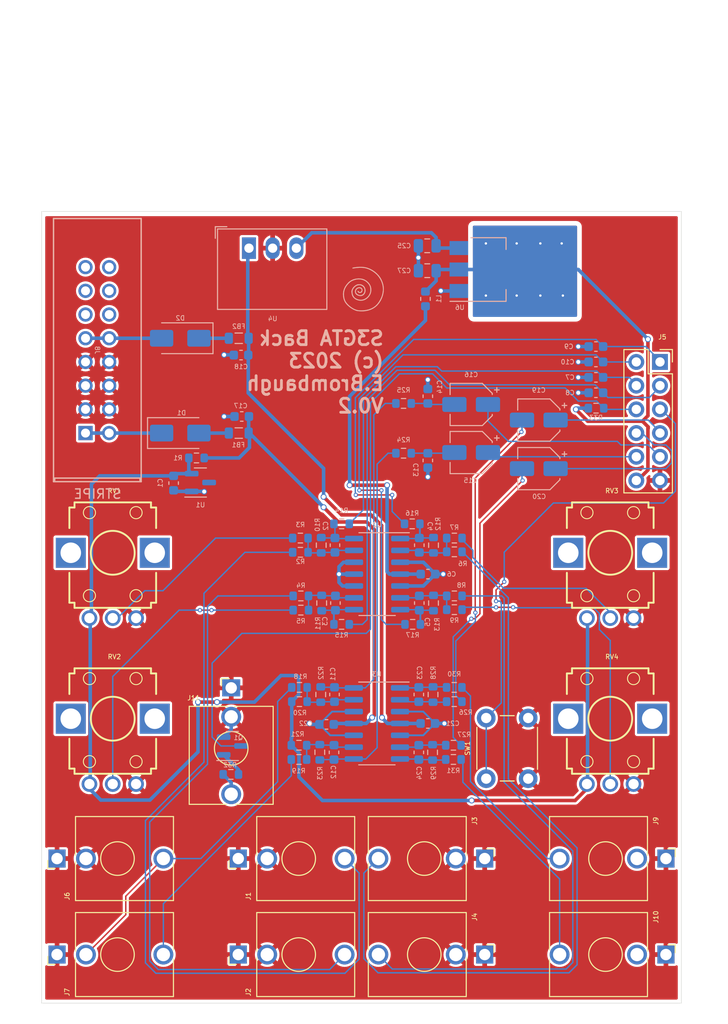
<source format=kicad_pcb>
(kicad_pcb (version 20221018) (generator pcbnew)
  (layers (0 "F.Cu" signal) (31 "B.Cu" signal) (34 "B.Paste" user) (35 "F.Paste" user) (36 "B.SilkS" user "B.Silkscreen") (37 "F.SilkS" user "F.Silkscreen") (38 "B.Mask" user) (39 "F.Mask" user) (44 "Edge.Cuts" user))
  (net 0 "")
  (net 1 "-5VA")
  (net 2 "GND")
  (net 3 "Net-(C2-Pad1)")
  (net 4 "Net-(U2D--)")
  (net 5 "Net-(C3-Pad1)")
  (net 6 "Net-(U2C--)")
  (net 7 "Net-(C4-Pad1)")
  (net 8 "Net-(U2A--)")
  (net 9 "Net-(C5-Pad1)")
  (net 10 "Net-(U2B--)")
  (net 11 "+3.3VA")
  (net 12 "/CV4")
  (net 13 "/CV3")
  (net 14 "/CV1")
  (net 15 "/CV2")
  (net 16 "Net-(C11-Pad1)")
  (net 17 "Net-(U3A--)")
  (net 18 "Net-(C12-Pad1)")
  (net 19 "Net-(U3C--)")
  (net 20 "Net-(C13-Pad1)")
  (net 21 "Net-(C14-Pad1)")
  (net 22 "/in_r")
  (net 23 "/in_l")
  (net 24 "-12V")
  (net 25 "+12V")
  (net 26 "/out_r")
  (net 27 "Net-(C19-Pad2)")
  (net 28 "Net-(C20-Pad2)")
  (net 29 "Net-(U3B--)")
  (net 30 "Net-(C23-Pad2)")
  (net 31 "Net-(U3D--)")
  (net 32 "Net-(C24-Pad2)")
  (net 33 "+5V")
  (net 34 "Net-(D1-K)")
  (net 35 "Net-(D1-A)")
  (net 36 "Net-(D2-K)")
  (net 37 "Net-(D2-A)")
  (net 38 "Net-(J1-PadT)")
  (net 39 "Net-(J2-PadT)")
  (net 40 "Net-(J3-PadT)")
  (net 41 "Net-(J4-PadT)")
  (net 42 "/GPIO0")
  (net 43 "/SYNC")
  (net 44 "/out_l")
  (net 45 "+3.3V")
  (net 46 "Net-(J6-PadT)")
  (net 47 "Net-(J7-PadT)")
  (net 55 "Net-(J9-PadT)")
  (net 57 "Net-(J10-PadT)")
  (net 58 "Net-(J11-PadT)")
  (net 59 "Net-(Q1-B)")
  (net 60 "Net-(R3-Pad2)")
  (net 61 "Net-(R5-Pad2)")
  (net 62 "Net-(R7-Pad2)")
  (net 63 "Net-(R9-Pad2)")
  (footprint "footprints:Jack_3.5mm_QingPu_WQP-PJ398SM_Vertical_CircularHoles" (layer "F.Cu") (at 142.621 147.193 -90)
    (fp_text reference "J4")
    (fp_text value "AudioJack2_SwitchT")
  )
  (footprint "footprints:R0904N" (layer "F.Cu") (at 162.56 121.92)
    (fp_text reference "RV4")
    (fp_text value "10k")
  )
  (footprint "footprints:Jack_3.5mm_QingPu_WQP-PJ398SM_Vertical_CircularHoles" (layer "F.Cu") (at 162.052 136.906 -90)
    (fp_text reference "J9")
    (fp_text value "AudioJack2_SwitchT")
  )
  (footprint "footprints:Jack_3.5mm_QingPu_WQP-PJ398SM_Vertical_CircularHoles" (layer "F.Cu") (at 121.92 125.095)
    (fp_text reference "J11")
    (fp_text value "AudioJack2_SwitchT")
  )
  (footprint "footprints:R0904N" (layer "F.Cu") (at 109.22 121.92)
    (fp_text reference "RV2")
    (fp_text value "10k")
  )
  (footprint "footprints:Jack_3.5mm_QingPu_WQP-PJ398SM_Vertical_CircularHoles" (layer "F.Cu") (at 129.159 147.193 90)
    (fp_text reference "J2")
    (fp_text value "AudioJack2_SwitchT")
  )
  (footprint "footprints:Jack_3.5mm_QingPu_WQP-PJ398SM_Vertical_CircularHoles" (layer "F.Cu") (at 129.159 136.906 90)
    (fp_text reference "J1")
    (fp_text value "AudioJack2_SwitchT")
  )
  (footprint "footprints:Jack_3.5mm_QingPu_WQP-PJ398SM_Vertical_CircularHoles" (layer "F.Cu") (at 109.728 147.193 90)
    (fp_text reference "J7")
    (fp_text value "AudioJack2_SwitchT")
  )
  (footprint "footprints:Jack_3.5mm_QingPu_WQP-PJ398SM_Vertical_CircularHoles" (layer "F.Cu") (at 162.052 147.193 -90)
    (fp_text reference "J10")
    (fp_text value "AudioJack2_SwitchT")
  )
  (footprint "footprints:R0904N" (layer "F.Cu") (at 162.56 104.14)
    (fp_text reference "RV3")
    (fp_text value "10k")
  )
  (footprint "Button_Switch_THT:SW_PUSH_6mm" (layer "F.Cu") (at 149.261 128.345 90)
    (fp_text reference "SW1")
    (fp_text value "SW_Push")
  )
  (footprint "Connector_PinSocket_2.54mm:PinSocket_2x06_P2.54mm_Vertical" (layer "F.Cu") (at 167.894 83.693)
    (fp_text reference "J5")
    (fp_text value "Conn_02x06_Odd_Even")
  )
  (footprint "footprints:R0904N" (layer "F.Cu") (at 109.22 104.14)
    (fp_text reference "RV1")
    (fp_text value "10k")
  )
  (footprint "footprints:Jack_3.5mm_QingPu_WQP-PJ398SM_Vertical_CircularHoles" (layer "F.Cu") (at 142.621 136.906 -90)
    (fp_text reference "J3")
    (fp_text value "AudioJack2_SwitchT")
  )
  (footprint "footprints:Jack_3.5mm_QingPu_WQP-PJ398SM_Vertical_CircularHoles" (layer "F.Cu") (at 109.728 136.906 90)
    (fp_text reference "J6")
    (fp_text value "AudioJack2_SwitchT")
  )
  (footprint "Diode_SMD:D_SMA" (layer "B.Cu") (at 116.459 81.153 180)
    (fp_text reference "D2")
    (fp_text value "D")
  )
  (footprint "Resistor_SMD:R_0603_1608Metric" (layer "B.Cu") (at 131.4196 125.5146 90)
    (fp_text reference "R23")
    (fp_text value "20k")
  )
  (footprint "Resistor_SMD:R_0603_1608Metric" (layer "B.Cu") (at 129.1844 126.2888 180)
    (fp_text reference "R19")
    (fp_text value "100k")
  )
  (footprint "Resistor_SMD:R_0603_1608Metric" (layer "B.Cu") (at 145.8468 102.5652)
    (fp_text reference "R7")
    (fp_text value "49.9k")
  )
  (footprint "Capacitor_SMD:CP_Elec_4x5.3" (layer "B.Cu") (at 147.65 93.4 180)
    (fp_text reference "C15")
    (fp_text value "1uf")
  )
  (footprint "Resistor_SMD:R_0603_1608Metric" (layer "B.Cu") (at 131.5212 119.3292 -90)
    (fp_text reference "R22")
    (fp_text value "20k")
  )
  (footprint "Resistor_SMD:R_0603_1608Metric" (layer "B.Cu") (at 121.8814 127.888 180)
    (fp_text reference "R32")
    (fp_text value "100k")
  )
  (footprint "Resistor_SMD:R_0603_1608Metric" (layer "B.Cu") (at 145.8468 110.236)
    (fp_text reference "R9")
    (fp_text value "49.9k")
  )
  (footprint "Resistor_SMD:R_0603_1608Metric" (layer "B.Cu") (at 145.8346 120.0912)
    (fp_text reference "R26")
    (fp_text value "20k")
  )
  (footprint "footprints:avatar_small" (layer "B.Cu") (at 135.128 76.835 180)
    (fp_text reference "Ref**" hide)
    (fp_text value "Val**" hide)
  )
  (footprint "Capacitor_SMD:C_0603_1608Metric" (layer "B.Cu") (at 142.0368 119.3292 90)
    (fp_text reference "C23")
    (fp_text value "68pf")
  )
  (footprint "Capacitor_SMD:C_0603_1608Metric" (layer "B.Cu") (at 143.002 94.247 -90)
    (fp_text reference "C13")
    (fp_text value "220pf")
  )
  (footprint "Capacitor_SMD:C_0603_1608Metric" (layer "B.Cu") (at 142.0876 103.3272 -90)
    (fp_text reference "C4")
    (fp_text value "330pf")
  )
  (footprint "Capacitor_SMD:C_0603_1608Metric" (layer "B.Cu") (at 161.023 82.042 180)
    (fp_text reference "C9")
    (fp_text value "0.01uf")
  )
  (footprint "Resistor_SMD:R_0603_1608Metric" (layer "B.Cu") (at 133.7564 111.8108 180)
    (fp_text reference "R15")
    (fp_text value "180")
  )
  (footprint "Resistor_SMD:R_0603_1608Metric" (layer "B.Cu") (at 129.3368 104.0892 180)
    (fp_text reference "R2")
    (fp_text value "100k")
  )
  (footprint "Capacitor_SMD:CP_Elec_4x5.3" (layer "B.Cu") (at 154.9 95.123 180)
    (fp_text reference "C20")
    (fp_text value "1uf")
  )
  (footprint "Capacitor_SMD:C_0603_1608Metric" (layer "B.Cu") (at 161.023 86.995 180)
    (fp_text reference "C8")
    (fp_text value "0.01uf")
  )
  (footprint "Package_TO_SOT_SMD:SOT-223-3_TabPin2" (layer "B.Cu") (at 149.479 73.787)
    (fp_text reference "U6")
    (fp_text value "LD1117S33TR_SOT223")
  )
  (footprint "Resistor_SMD:R_0603_1608Metric" (layer "B.Cu") (at 131.572 103.3272 -90)
    (fp_text reference "R10")
    (fp_text value "33k")
  )
  (footprint "Inductor_SMD:L_0805_2012Metric" (layer "B.Cu") (at 122.7285 91.313 180)
    (fp_text reference "FB1")
    (fp_text value "220")
  )
  (footprint "Resistor_SMD:R_0603_1608Metric" (layer "B.Cu") (at 145.8468 104.0384)
    (fp_text reference "R6")
    (fp_text value "100k")
  )
  (footprint "Converter_DCDC:Converter_DCDC_RECOM_R-78E-0.5_THT" (layer "B.Cu") (at 123.825 71.501)
    (fp_text reference "U4")
    (fp_text value "R-78E5.0-0.5")
  )
  (footprint "Capacitor_SMD:C_0603_1608Metric" (layer "B.Cu") (at 142.0368 125.5268 -90)
    (fp_text reference "C24")
    (fp_text value "68pf")
  )
  (footprint "Capacitor_SMD:C_0603_1608Metric" (layer "B.Cu") (at 142.0876 109.5248 90)
    (fp_text reference "C5")
    (fp_text value "330pf")
  )
  (footprint "Resistor_SMD:R_0603_1608Metric" (layer "B.Cu") (at 129.3876 108.7628 180)
    (fp_text reference "R4")
    (fp_text value "100k")
  )
  (footprint "Resistor_SMD:R_0603_1608Metric" (layer "B.Cu") (at 133.7564 101.0412 180)
    (fp_text reference "R14")
    (fp_text value "180")
  )
  (footprint "Resistor_SMD:R_0603_1608Metric" (layer "B.Cu") (at 118.1984 93.98)
    (fp_text reference "R1")
    (fp_text value "1.5k")
  )
  (footprint "Capacitor_SMD:C_0603_1608Metric" (layer "B.Cu") (at 123.05 89.535 180)
    (fp_text reference "C17")
    (fp_text value "1uf")
  )
  (footprint "Resistor_SMD:R_0603_1608Metric" (layer "B.Cu") (at 145.8346 118.5672 180)
    (fp_text reference "R30")
    (fp_text value "100")
  )
  (footprint "Capacitor_SMD:C_0603_1608Metric" (layer "B.Cu") (at 132.1438 122.5296)
    (fp_text reference "C22")
    (fp_text value "0.1uf")
  )
  (footprint "Inductor_SMD:L_0603_1608Metric" (layer "B.Cu") (at 142.748 76.9365 90)
    (fp_text reference "L1")
    (fp_text value "1k")
  )
  (footprint "Resistor_SMD:R_0603_1608Metric" (layer "B.Cu") (at 140.399 93.472 180)
    (fp_text reference "R24")
    (fp_text value "100")
  )
  (footprint "Resistor_SMD:R_0603_1608Metric" (layer "B.Cu") (at 131.6228 109.5248 90)
    (fp_text reference "R11")
    (fp_text value "33k")
  )
  (footprint "Capacitor_SMD:C_0805_2012Metric" (layer "B.Cu") (at 142.936 71.247 180)
    (fp_text reference "C25")
    (fp_text value "10uf")
  )
  (footprint "Resistor_SMD:R_0603_1608Metric" (layer "B.Cu") (at 143.6116 103.3272 -90)
    (fp_text reference "R12")
    (fp_text value "33k")
  )
  (footprint "Capacitor_SMD:C_0603_1608Metric" (layer "B.Cu") (at 132.9944 119.3292 -90)
    (fp_text reference "C11")
    (fp_text value "330pf")
  )
  (footprint "Capacitor_SMD:CP_Elec_4x5.3" (layer "B.Cu") (at 154.9 89.916 180)
    (fp_text reference "C19")
    (fp_text value "1uf")
  )
  (footprint "Package_TO_SOT_SMD:SOT-23" (layer "B.Cu") (at 122.047 124.841)
    (fp_text reference "Q1")
    (fp_text value "MMBT3904")
  )
  (footprint "Diode_SMD:D_SMA" (layer "B.Cu") (at 116.459 91.313)
    (fp_text reference "D1")
    (fp_text value "D")
  )
  (footprint "Resistor_SMD:R_0603_1608Metric" (layer "B.Cu") (at 161.036 88.646 180)
    (fp_text reference "R33")
    (fp_text value "10k")
  )
  (footprint "Capacitor_SMD:C_0603_1608Metric" (layer "B.Cu") (at 115.7478 96.6724 -90)
    (fp_text reference "C1")
    (fp_text value "0.1uf")
  )
  (footprint "Package_SO:SOIC-14_3.9x8.7mm_P1.27mm" (layer "B.Cu") (at 137.5664 106.426 180)
    (fp_text reference "U2")
    (fp_text value "MCP6004")
  )
  (footprint "Resistor_SMD:R_0603_1608Metric" (layer "B.Cu") (at 143.51 125.5268 90)
    (fp_text reference "R29")
    (fp_text value "100k")
  )
  (footprint "Capacitor_SMD:C_0603_1608Metric" (layer "B.Cu") (at 122.9744 82.9564 180)
    (fp_text reference "C18")
    (fp_text value "1uf")
  )
  (footprint "Resistor_SMD:R_0603_1608Metric" (layer "B.Cu") (at 143.5608 119.3292 -90)
    (fp_text reference "R28")
    (fp_text value "100k")
  )
  (footprint "Resistor_SMD:R_0603_1608Metric" (layer "B.Cu") (at 129.2352 118.5672 180)
    (fp_text reference "R18")
    (fp_text value "100k")
  )
  (footprint "Capacitor_SMD:CP_Elec_4x5.3" (layer "B.Cu") (at 147.65 88.25 180)
    (fp_text reference "C16")
    (fp_text value "1uf")
  )
  (footprint "Capacitor_SMD:C_0603_1608Metric" (layer "B.Cu") (at 161.023 83.693 180)
    (fp_text reference "C10")
    (fp_text value "0.01uf")
  )
  (footprint "Resistor_SMD:R_0603_1608Metric" (layer "B.Cu") (at 145.7452 126.2888 180)
    (fp_text reference "R31")
    (fp_text value "100")
  )
  (footprint "footprints:con16_2X8_S4_TEC" (layer "B.Cu") (at 106.299 91.313 90)
    (fp_text reference "J8")
    (fp_text value "Conn_02x08_Odd_Even")
  )
  (footprint "Capacitor_SMD:C_0805_2012Metric" (layer "B.Cu") (at 142.941 73.914 180)
    (fp_text reference "C27")
    (fp_text value "10uf")
  )
  (footprint "Capacitor_SMD:C_0603_1608Metric" (layer "B.Cu") (at 143.015 106.426)
    (fp_text reference "C6")
    (fp_text value "0.1uf")
  )
  (footprint "Resistor_SMD:R_0603_1608Metric" (layer "B.Cu") (at 141.3256 101.0412)
    (fp_text reference "R16")
    (fp_text value "180")
  )
  (footprint "Package_SO:SOIC-14_3.9x8.7mm_P1.27mm" (layer "B.Cu") (at 137.541 122.428 180)
    (fp_text reference "U3")
    (fp_text value "TL074")
  )
  (footprint "Resistor_SMD:R_0603_1608Metric" (layer "B.Cu") (at 129.3368 102.5652 180)
    (fp_text reference "R3")
    (fp_text value "49.9k")
  )
  (footprint "Capacitor_SMD:C_0603_1608Metric" (layer "B.Cu") (at 143.002 87.363 90)
    (fp_text reference "C14")
    (fp_text value "220pf")
  )
  (footprint "Resistor_SMD:R_0603_1608Metric" (layer "B.Cu") (at 140.399 88.138 180)
    (fp_text reference "R25")
    (fp_text value "100")
  )
  (footprint "Capacitor_SMD:C_0603_1608Metric" (layer "B.Cu") (at 133.096 109.5248 90)
    (fp_text reference "C3")
    (fp_text value "330pf")
  )
  (footprint "Resistor_SMD:R_0603_1608Metric" (layer "B.Cu") (at 129.3876 110.2868 180)
    (fp_text reference "R5")
    (fp_text value "49.9k")
  )
  (footprint "Inductor_SMD:L_0805_2012Metric" (layer "B.Cu") (at 122.7285 81.153 180)
    (fp_text reference "FB2")
    (fp_text value "220")
  )
  (footprint "Resistor_SMD:R_0603_1608Metric" (layer "B.Cu") (at 145.7452 124.7648)
    (fp_text reference "R27")
    (fp_text value "20k")
  )
  (footprint "Capacitor_SMD:C_0603_1608Metric" (layer "B.Cu") (at 143.002 122.428)
    (fp_text reference "C21")
    (fp_text value "0.1uf")
  )
  (footprint "Resistor_SMD:R_0603_1608Metric" (layer "B.Cu") (at 143.6116 109.5248 90)
    (fp_text reference "R13")
    (fp_text value "33k")
  )
  (footprint "Capacitor_SMD:C_0603_1608Metric" (layer "B.Cu") (at 133.0452 103.3272 -90)
    (fp_text reference "C2")
    (fp_text value "330pf")
  )
  (footprint "Resistor_SMD:R_0603_1608Metric" (layer "B.Cu") (at 141.3764 111.8108)
    (fp_text reference "R17")
    (fp_text value "180")
  )
  (footprint "Resistor_SMD:R_0603_1608Metric" (layer "B.Cu") (at 129.1844 124.7648)
    (fp_text reference "R21")
    (fp_text value "60.4k")
  )
  (footprint "Resistor_SMD:R_0603_1608Metric" (layer "B.Cu") (at 129.2352 120.0912)
    (fp_text reference "R20")
    (fp_text value "60.4k")
  )
  (footprint "Package_TO_SOT_SMD:SOT-23" (layer "B.Cu") (at 118.6157 96.6114)
    (fp_text reference "U1")
    (fp_text value "LM4040DBZ-5")
  )
  (footprint "Resistor_SMD:R_0603_1608Metric" (layer "B.Cu") (at 145.8468 108.7628)
    (fp_text reference "R8")
    (fp_text value "100k")
  )
  (footprint "Capacitor_SMD:C_0603_1608Metric" (layer "B.Cu") (at 161.023 85.344 180)
    (fp_text reference "C7")
    (fp_text value "0.01uf")
  )
  (footprint "Capacitor_SMD:C_0603_1608Metric" (layer "B.Cu") (at 132.9436 125.5268 90)
    (fp_text reference "C12")
    (fp_text value "330pf")
  )
  (gr_line (start 170.18 152.4) (end 101.6 152.4) (stroke (width 0.05)) (layer "Edge.Cuts"))
  (gr_line (start 101.6 152.4) (end 101.6 67.564) (stroke (width 0.05)) (layer "Edge.Cuts"))
  (gr_line (start 170.18 67.564) (end 101.6 67.564) (stroke (width 0.05)) (layer "Edge.Cuts"))
  (gr_line (start 170.18 152.4) (end 170.18 67.564) (stroke (width 0.05)) (layer "Edge.Cuts"))
  (gr_text "S3GTA Back\n(c) 2023\nE.Brombaugh\nV0.2" (at 138.43 89.281) (layer "B.SilkS") (effects (font (size 1.5 1.5) (thickness 0.3) bold) (justify left bottom mirror)))
  (gr_text "STRIPE" (at 110.236 98.425) (layer "B.SilkS") (effects (font (size 1 1)) (justify left bottom mirror)))
  (segment (start 158.797 130.683) (end 160.06 129.42) (width 0.381) (layer "F.Cu") (net 1))
  (segment (start 147.701 130.683) (end 158.797 130.683) (width 0.381) (layer "F.Cu") (net 1))
  (segment (start 118.364 120.142) (end 120.396 120.142) (width 0.381) (layer "F.Cu") (net 1))
  (via (at 118.364 120.142) (size 0.635) (drill 0.4318) (layers "F.Cu" "B.Cu") (net 1))
  (via (at 147.701 130.683) (size 0.635) (drill 0.4318) (layers "F.Cu" "B.Cu") (net 1))
  (via (at 120.396 120.142) (size 0.635) (drill 0.4318) (layers "F.Cu" "B.Cu") (net 1))
  (segment (start 128.3594 123.9906) (end 128.3594 124.7648) (width 0.381) (layer "B.Cu") (net 1))
  (segment (start 118.364 125.476) (end 118.364 120.142) (width 0.381) (layer "B.Cu") (net 1))
  (segment (start 124.4092 120.142) (end 120.396 120.142) (width 0.381) (layer "B.Cu") (net 1))
  (segment (start 107.823 95.8974) (end 106.934 96.7864) (width 0.381) (layer "B.Cu") (net 1))
  (segment (start 113.2025 130.6375) (end 118.364 125.476) (width 0.381) (layer "B.Cu") (net 1))
  (segment (start 129.159 119.3424) (end 129.159 117.475) (width 0.381) (layer "B.Cu") (net 1))
  (segment (start 129.159 117.475) (end 128.9812 117.2972) (width 0.381) (layer "B.Cu") (net 1))
  (segment (start 160.1275 129.3525) (end 160.1275 111.7075) (width 0.381) (layer "B.Cu") (net 1))
  (segment (start 106.807 111.727) (end 106.807 129.333) (width 0.381) (layer "B.Cu") (net 1))
  (segment (start 117.6782 95.6614) (end 115.9838 95.6614) (width 0.381) (layer "B.Cu") (net 1))
  (segment (start 147.701 130.683) (end 131.699 130.683) (width 0.381) (layer "B.Cu") (net 1))
  (segment (start 128.4102 123.9398) (end 128.3594 123.9906) (width 0.381) (layer "B.Cu") (net 1))
  (segment (start 129.1844 128.1684) (end 129.1844 125.5898) (width 0.381) (layer "B.Cu") (net 1))
  (segment (start 106.807 129.333) (end 106.72 129.42) (width 0.381) (layer "B.Cu") (net 1))
  (segment (start 106.934 111.426) (end 106.72 111.64) (width 0.381) (layer "B.Cu") (net 1))
  (segment (start 160.1275 111.7075) (end 160.06 111.64) (width 0.381) (layer "B.Cu") (net 1))
  (segment (start 115.7478 95.8974) (end 107.823 95.8974) (width 0.381) (layer "B.Cu") (net 1))
  (segment (start 117.3734 93.98) (end 117.3734 95.3566) (width 0.381) (layer "B.Cu") (net 1))
  (segment (start 117.3734 95.3566) (end 117.6782 95.6614) (width 0.381) (layer "B.Cu") (net 1))
  (segment (start 127.254 117.2972) (end 124.4092 120.142) (width 0.381) (layer "B.Cu") (net 1))
  (segment (start 129.1844 125.5898) (end 128.3594 124.7648) (width 0.381) (layer "B.Cu") (net 1))
  (segment (start 128.4102 120.0912) (end 129.159 119.3424) (width 0.381) (layer "B.Cu") (net 1))
  (segment (start 115.9838 95.6614) (end 115.7478 95.8974) (width 0.381) (layer "B.Cu") (net 1))
  (segment (start 106.72 111.64) (end 106.807 111.727) (width 0.381) (layer "B.Cu") (net 1))
  (segment (start 128.4102 120.0912) (end 128.4102 123.9398) (width 0.381) (layer "B.Cu") (net 1))
  (segment (start 107.9375 130.6375) (end 113.2025 130.6375) (width 0.381) (layer "B.Cu") (net 1))
  (segment (start 106.72 129.42) (end 107.9375 130.6375) (width 0.381) (layer "B.Cu") (net 1))
  (segment (start 131.699 130.683) (end 129.1844 128.1684) (width 0.381) (layer "B.Cu") (net 1))
  (segment (start 128.9812 117.2972) (end 127.254 117.2972) (width 0.381) (layer "B.Cu") (net 1))
  (segment (start 106.934 96.7864) (end 106.934 111.426) (width 0.381) (layer "B.Cu") (net 1))
  (via (at 143.002 85.598) (size 0.635) (drill 0.4318) (layers "F.Cu" "B.Cu") (net 2))
  (via (at 144.653 106.426) (size 0.635) (drill 0.4318) (layers "F.Cu" "B.Cu") (net 2))
  (via (at 159.131 82.042) (size 0.635) (drill 0.4318) (layers "F.Cu" "B.Cu") (net 2))
  (via (at 121.158 82.931) (size 0.635) (drill 0.4318) (layers "F.Cu" "B.Cu") (net 2))
  (via (at 144.399 76.073) (size 0.635) (drill 0.4318) (layers "F.Cu" "B.Cu") (net 2))
  (via (at 143.002 96.012) (size 0.635) (drill 0.4318) (layers "F.Cu" "B.Cu") (net 2))
  (via (at 159.131 86.995) (size 0.635) (drill 0.4318) (layers "F.Cu" "B.Cu") (net 2))
  (via (at 119.0244 97.5868) (size 0.635) (drill 0.4318) (layers "F.Cu" "B.Cu") (net 2))
  (via (at 141.986 72.517) (size 0.635) (drill 0.4318) (layers "F.Cu" "B.Cu") (net 2))
  (via (at 130.302 122.428) (size 0.635) (drill 0.4318) (layers "F.Cu" "B.Cu") (net 2))
  (via (at 133.477 106.426) (size 0.635) (drill 0.4318) (layers "F.Cu" "B.Cu") (net 2))
  (via (at 159.131 83.693) (size 0.635) (drill 0.4318) (layers "F.Cu" "B.Cu") (net 2))
  (via (at 144.78 122.428) (size 0.635) (drill 0.4318) (layers "F.Cu" "B.Cu") (net 2))
  (via (at 159.131 85.344) (size 0.635) (drill 0.4318) (layers "F.Cu" "B.Cu") (net 2))
  (via (at 121.158 89.535) (size 0.635) (drill 0.4318) (layers "F.Cu" "B.Cu") (net 2))
  (segment (start 118.999 97.5614) (end 119.0244 97.5868) (width 0.381) (layer "B.Cu") (net 2))
  (segment (start 122.174 82.931) (end 121.158 82.931) (width 0.381) (layer "B.Cu") (net 2))
  (segment (start 140.016 123.698) (end 142.507 123.698) (width 0.2032) (layer "B.Cu") (net 2))
  (segment (start 142.52 107.696) (end 143.79 106.426) (width 0.381) (layer "B.Cu") (net 2))
  (segment (start 160.248 83.693) (end 159.131 83.693) (width 0.381) (layer "B.Cu") (net 2))
  (segment (start 130.4036 122.5296) (end 130.302 122.428) (width 0.381) (layer "B.Cu") (net 2))
  (segment (start 133.858 107.696) (end 133.477 107.315) (width 0.381) (layer "B.Cu") (net 2))
  (segment (start 133.477 107.315) (end 133.477 106.426) (width 0.381) (layer "B.Cu") (net 2))
  (segment (start 121.92 123.0805) (end 121.1095 123.891) (width 0.381) (layer "B.Cu") (net 2))
  (segment (start 132.5372 123.698) (end 131.3688 122.5296) (width 0.2032) (layer "B.Cu") (net 2))
  (segment (start 133.9596 105.156) (end 133.477 105.6386) (width 0.381) (layer "B.Cu") (net 2))
  (segment (start 135.0914 107.696) (end 133.858 107.696) (width 0.381) (layer "B.Cu") (net 2))
  (segment (start 142.507 121.158) (end 143.777 122.428) (width 0.2032) (layer "B.Cu") (net 2))
  (segment (start 160.248 86.995) (end 159.131 86.995) (width 0.381) (layer "B.Cu") (net 2))
  (segment (start 142.507 123.698) (end 143.777 122.428) (width 0.2032) (layer "B.Cu") (net 2))
  (segment (start 143.002 86.588) (end 143.002 85.598) (width 0.381) (layer "B.Cu") (net 2))
  (segment (start 143.777 122.428) (end 144.78 122.428) (width 0.381) (layer "B.Cu") (net 2))
  (segment (start 122.275 89.535) (end 121.158 89.535) (width 0.381) (layer "B.Cu") (net 2))
  (segment (start 140.0414 105.156) (end 142.52 105.156) (width 0.381) (layer "B.Cu") (net 2))
  (segment (start 141.991 72.522) (end 141.986 72.517) (width 0.381) (layer "B.Cu") (net 2))
  (segment (start 146.329 76.087) (end 144.413 76.087) (width 0.381) (layer "B.Cu") (net 2))
  (segment (start 144.413 76.087) (end 144.399 76.073) (width 0.381) (layer "B.Cu") (net 2))
  (segment (start 131.3688 122.5296) (end 130.4036 122.5296) (width 0.381) (layer "B.Cu") (net 2))
  (segment (start 117.6782 97.5614) (end 118.999 97.5614) (width 0.381) (layer "B.Cu") (net 2))
  (segment (start 143.79 106.426) (end 144.653 106.426) (width 0.381) (layer "B.Cu") (net 2))
  (segment (start 141.991 73.914) (end 141.991 72.522) (width 0.381) (layer "B.Cu") (net 2))
  (segment (start 133.477 105.6386) (end 133.477 106.426) (width 0.381) (layer "B.Cu") (net 2))
  (segment (start 143.002 95.022) (end 143.002 96.012) (width 0.381) (layer "B.Cu") (net 2))
  (segment (start 160.248 82.042) (end 159.131 82.042) (width 0.381) (layer "B.Cu") (net 2))
  (segment (start 121.92 121.715) (end 121.92 123.0805) (width 0.381) (layer "B.Cu") (net 2))
  (segment (start 132.7404 121.158) (end 131.3688 122.5296) (width 0.2032) (layer "B.Cu") (net 2))
  (segment (start 135.0914 105.156) (end 133.9596 105.156) (width 0.381) (layer "B.Cu") (net 2))
  (segment (start 122.1994 82.9564) (end 122.174 82.931) (width 0.381) (layer "B.Cu") (net 2))
  (segment (start 115.8618 97.5614) (end 115.7478 97.4474) (width 0.381) (layer "B.Cu") (net 2))
  (segment (start 160.248 85.344) (end 159.131 85.344) (width 0.381) (layer "B.Cu") (net 2))
  (segment (start 134.7039 106.426) (end 133.477 106.426) (width 0.381) (layer "B.Cu") (net 2))
  (segment (start 135.066 121.158) (end 132.7404 121.158) (width 0.2032) (layer "B.Cu") (net 2))
  (segment (start 140.016 121.158) (end 142.507 121.158) (width 0.2032) (layer "B.Cu") (net 2))
  (segment (start 141.986 71.247) (end 141.986 72.517) (width 0.381) (layer "B.Cu") (net 2))
  (segment (start 142.52 105.156) (end 143.79 106.426) (width 0.381) (layer "B.Cu") (net 2))
  (segment (start 135.066 123.698) (end 132.5372 123.698) (width 0.2032) (layer "B.Cu") (net 2))
  (segment (start 140.0414 107.696) (end 142.52 107.696) (width 0.381) (layer "B.Cu") (net 2))
  (segment (start 117.6782 97.5614) (end 115.8618 97.5614) (width 0.381) (layer "B.Cu") (net 2))
  (segment (start 135.0914 102.616) (end 133.109 102.616) (width 0.1524) (layer "B.Cu") (net 3))
  (segment (start 133.0452 102.5522) (end 133.0452 101.155) (width 0.1524) (layer "B.Cu") (net 3))
  (segment (start 131.572 102.5022) (end 131.622 102.5522) (width 0.1524) (layer "B.Cu") (net 3))
  (segment (start 133.109 102.616) (end 133.0452 102.5522) (width 0.1524) (layer "B.Cu") (net 3))
  (segment (start 133.0452 101.155) (end 132.9314 101.0412) (width 0.1524) (layer "B.Cu") (net 3))
  (segment (start 131.622 102.5522) (end 133.0452 102.5522) (width 0.1524) (layer "B.Cu") (net 3))
  (segment (start 130.1618 104.0892) (end 130.1618 102.5652) (width 0.1524) (layer "B.Cu") (net 4))
  (segment (start 131.622 104.1022) (end 131.572 104.1522) (width 0.1524) (layer "B.Cu") (net 4))
  (segment (start 130.2248 104.1522) (end 130.1618 104.0892) (width 0.1524) (layer "B.Cu") (net 4))
  (segment (start 133.2614 103.886) (end 133.0452 104.1022) (width 0.1524) (layer "B.Cu") (net 4))
  (segment (start 133.0452 104.1022) (end 131.622 104.1022) (width 0.1524) (layer "B.Cu") (net 4))
  (segment (start 135.0914 103.886) (end 133.2614 103.886) (width 0.1524) (layer "B.Cu") (net 4))
  (segment (start 131.572 104.1522) (end 130.2248 104.1522) (width 0.1524) (layer "B.Cu") (net 4))
  (segment (start 135.0914 110.236) (end 133.1598 110.236) (width 0.1524) (layer "B.Cu") (net 5))
  (segment (start 131.6728 110.2998) (end 131.6228 110.3498) (width 0.1524) (layer "B.Cu") (net 5))
  (segment (start 132.9314 110.4644) (end 133.096 110.2998) (width 0.2032) (layer "B.Cu") (net 5))
  (segment (start 132.9314 111.8108) (end 132.9314 110.4644) (width 0.2032) (layer "B.Cu") (net 5))
  (segment (start 133.096 110.2998) (end 131.6728 110.2998) (width 0.1524) (layer "B.Cu") (net 5))
  (segment (start 133.1598 110.236) (end 133.096 110.2998) (width 0.1524) (layer "B.Cu") (net 5))
  (segment (start 133.096 108.7498) (end 131.6728 108.7498) (width 0.1524) (layer "B.Cu") (net 6))
  (segment (start 131.6228 108.6998) (end 130.2756 108.6998) (width 0.1524) (layer "B.Cu") (net 6))
  (segment (start 130.2126 108.7628) (end 130.2126 110.2868) (width 0.1524) (layer "B.Cu") (net 6))
  (segment (start 130.2756 108.6998) (end 130.2126 108.7628) (width 0.1524) (layer "B.Cu") (net 6))
  (segment (start 131.6728 108.7498) (end 131.6228 108.6998) (width 0.1524) (layer "B.Cu") (net 6))
  (segment (start 135.0914 108.966) (end 133.3122 108.966) (width 0.1524) (layer "B.Cu") (net 6))
  (segment (start 133.3122 108.966) (end 133.096 108.7498) (width 0.1524) (layer "B.Cu") (net 6))
  (segment (start 142.1506 101.0412) (end 142.1506 102.4892) (width 0.2032) (layer "B.Cu") (net 7))
  (segment (start 142.0876 102.5522) (end 143.5616 102.5522) (width 0.1524) (layer "B.Cu") (net 7))
  (segment (start 142.1506 102.4892) (end 142.0876 102.5522) (width 0.2032) (layer "B.Cu") (net 7))
  (segment (start 140.0414 102.616) (end 142.0238 102.616) (width 0.1524) (layer "B.Cu") (net 7))
  (segment (start 143.5616 102.5522) (end 143.6116 102.5022) (width 0.1524) (layer "B.Cu") (net 7))
  (segment (start 142.0238 102.616) (end 142.0876 102.5522) (width 0.1524) (layer "B.Cu") (net 7))
  (segment (start 145.0218 104.0384) (end 145.0218 102.5652) (width 0.1524) (layer "B.Cu") (net 8))
  (segment (start 143.6116 104.1522) (end 144.908 104.1522) (width 0.1524) (layer "B.Cu") (net 8))
  (segment (start 140.0414 103.886) (end 141.8714 103.886) (width 0.1524) (layer "B.Cu") (net 8))
  (segment (start 141.8714 103.886) (end 142.0876 104.1022) (width 0.1524) (layer "B.Cu") (net 8))
  (segment (start 144.908 104.1522) (end 145.0218 104.0384) (width 0.1524) (layer "B.Cu") (net 8))
  (segment (start 143.5616 104.1022) (end 143.6116 104.1522) (width 0.1524) (layer "B.Cu") (net 8))
  (segment (start 142.0876 104.1022) (end 143.5616 104.1022) (width 0.1524) (layer "B.Cu") (net 8))
  (segment (start 143.5616 110.2998) (end 142.0876 110.2998) (width 0.1524) (layer "B.Cu") (net 9))
  (segment (start 142.2014 111.8108) (end 142.2014 110.4136) (width 0.2032) (layer "B.Cu") (net 9))
  (segment (start 142.0238 110.236) (end 142.0876 110.2998) (width 0.1524) (layer "B.Cu") (net 9))
  (segment (start 140.0414 110.236) (end 142.0238 110.236) (width 0.1524) (layer "B.Cu") (net 9))
  (segment (start 143.6116 110.3498) (end 143.5616 110.2998) (width 0.1524) (layer "B.Cu") (net 9))
  (segment (start 142.2014 110.4136) (end 142.0876 110.2998) (width 0.2032) (layer "B.Cu") (net 9))
  (segment (start 143.6116 108.6998) (end 144.9588 108.6998) (width 0.1524) (layer "B.Cu") (net 10))
  (segment (start 145.0218 108.7628) (end 145.0218 110.236) (width 0.1524) (layer "B.Cu") (net 10))
  (segment (start 142.0876 108.7498) (end 143.5616 108.7498) (width 0.1524) (layer "B.Cu") (net 10))
  (segment (start 141.8714 108.966) (end 142.0876 108.7498) (width 0.1524) (layer "B.Cu") (net 10))
  (segment (start 144.9588 108.6998) (end 145.0218 108.7628) (width 0.1524) (layer "B.Cu") (net 10))
  (segment (start 140.0414 108.966) (end 141.8714 108.966) (width 0.1524) (layer "B.Cu") (net 10))
  (segment (start 143.5616 108.7498) (end 143.6116 108.6998) (width 0.1524) (layer "B.Cu") (net 10))
  (segment (start 138.6332 96.901) (end 134.62 96.901) (width 0.381) (layer "F.Cu") (net 11))
  (via (at 138.6332 96.901) (size 0.635) (drill 0.4318) (layers "F.Cu" "B.Cu") (net 11))
  (via (at 134.62 96.901) (size 0.635) (drill 0.4318) (layers "F.Cu" "B.Cu") (net 11))
  (segment (start 138.6332 96.901) (end 138.6332 106.172) (width 0.381) (layer "B.Cu") (net 11))
  (segment (start 134.62 96.901) (end 134.62 87.376) (width 0.381) (layer "B.Cu") (net 11))
  (segment (start 138.6332 106.172) (end 138.8872 106.426) (width 0.381) (layer "B.Cu") (net 11))
  (segment (start 142.748 79.248) (end 142.748 77.724) (width 0.381) (layer "B.Cu") (net 11))
  (segment (start 138.8872 106.426) (end 142.24 106.426) (width 0.381) (layer "B.Cu") (net 11))
  (segment (start 134.62 87.376) (end 142.748 79.248) (width 0.381) (layer "B.Cu") (net 11))
  (segment (start 139.573 84.201) (end 144.018 84.201) (width 0.1524) (layer "B.Cu") (net 12))
  (segment (start 164.592 85.344) (end 165.481 86.233) (width 0.1524) (layer "B.Cu") (net 12))
  (segment (start 144.018 84.201) (end 144.4828 84.6658) (width 0.1524) (layer "B.Cu") (net 12))
  (segment (start 144.4828 84.6658) (end 161.1198 84.6658) (width 0.1524) (layer "B.Cu") (net 12))
  (segment (start 136.0932 99.5294) (end 136.0932 87.6808) (width 0.1524) (layer "B.Cu") (net 12))
  (segment (start 161.1198 84.6658) (end 161.798 85.344) (width 0.1524) (layer "B.Cu") (net 12))
  (segment (start 134.5814 101.0412) (end 136.0932 99.5294) (width 0.1524) (layer "B.Cu") (net 12))
  (segment (start 161.798 85.344) (end 164.592 85.344) (width 0.1524) (layer "B.Cu") (net 12))
  (segment (start 136.0932 87.6808) (end 139.573 84.201) (width 0.1524) (layer "B.Cu") (net 12))
  (segment (start 134.5814 111.8108) (end 135.9916 111.8108) (width 0.1524) (layer "B.Cu") (net 13))
  (segment (start 161.798 86.995) (end 162.306 87.503) (width 0.1524) (layer "B.Cu") (net 13))
  (segment (start 145.3252 86.1432) (end 160.9462 86.1432) (width 0.1524) (layer "B.Cu") (net 13))
  (segment (start 143.764 84.582) (end 145.3252 86.1432) (width 0.1524) (layer "B.Cu") (net 13))
  (segment (start 166.751 87.503) (end 168.021 86.233) (width 0.1524) (layer "B.Cu") (net 13))
  (segment (start 136.4996 111.3028) (end 136.4996 87.7824) (width 0.1524) (layer "B.Cu") (net 13))
  (segment (start 162.306 87.503) (end 166.751 87.503) (width 0.1524) (layer "B.Cu") (net 13))
  (segment (start 136.4996 87.7824) (end 139.7 84.582) (width 0.1524) (layer "B.Cu") (net 13))
  (segment (start 139.7 84.582) (end 143.764 84.582) (width 0.1524) (layer "B.Cu") (net 13))
  (segment (start 160.9462 86.1432) (end 161.798 86.995) (width 0.1524) (layer "B.Cu") (net 13))
  (segment (start 135.9916 111.8108) (end 136.4996 111.3028) (width 0.1524) (layer "B.Cu") (net 13))
  (segment (start 139.1788 97.9424) (end 135.2804 97.9424) (width 0.1524) (layer "F.Cu") (net 14))
  (via (at 139.1788 97.9424) (size 0.4572) (drill 0.254) (layers "F.Cu" "B.Cu") (net 14))
  (via (at 135.2804 97.9424) (size 0.4572) (drill 0.254) (layers "F.Cu" "B.Cu") (net 14))
  (segment (start 161.036 81.28) (end 161.798 82.042) (width 0.1524) (layer "B.Cu") (net 14))
  (segment (start 135.2301 87.5279) (end 141.478 81.28) (width 0.1524) (layer "B.Cu") (net 14))
  (segment (start 166.37 82.042) (end 168.021 83.693) (width 0.1524) (layer "B.Cu") (net 14))
  (segment (start 135.2301 97.8921) (end 135.2301 87.5279) (width 0.1524) (layer "B.Cu") (net 14))
  (segment (start 135.2804 97.9424) (end 135.2301 97.8921) (width 0.1524) (layer "B.Cu") (net 14))
  (segment (start 139.1788 97.9424) (end 139.1788 99.7194) (width 0.1524) (layer "B.Cu") (net 14))
  (segment (start 161.798 82.042) (end 166.37 82.042) (width 0.1524) (layer "B.Cu") (net 14))
  (segment (start 141.478 81.28) (end 161.036 81.28) (width 0.1524) (layer "B.Cu") (net 14))
  (segment (start 139.1788 99.7194) (end 140.5006 101.0412) (width 0.1524) (layer "B.Cu") (net 14))
  (segment (start 138.0114 97.4344) (end 138.0236 97.4466) (width 0.1524) (layer "F.Cu") (net 15))
  (segment (start 135.6741 97.4344) (end 138.0114 97.4344) (width 0.1524) (layer "F.Cu") (net 15))
  (segment (start 135.6619 97.4466) (end 135.6741 97.4344) (width 0.1524) (layer "F.Cu") (net 15))
  (via (at 138.0236 97.4466) (size 0.4572) (drill 0.254) (layers "F.Cu" "B.Cu") (net 15))
  (via (at 135.6619 97.4466) (size 0.4572) (drill 0.254) (layers "F.Cu" "B.Cu") (net 15))
  (segment (start 135.636 87.63) (end 140.335 82.931) (width 0.1524) (layer "B.Cu") (net 15))
  (segment (start 135.636 97.4207) (end 135.636 87.63) (width 0.1524) (layer "B.Cu") (net 15))
  (segment (start 161.798 83.693) (end 165.481 83.693) (width 0.1524) (layer "B.Cu") (net 15))
  (segment (start 138.5316 111.8108) (end 140.5514 111.8108) (width 0.1524) (layer "B.Cu") (net 15))
  (segment (start 138.0236 111.3028) (end 138.5316 111.8108) (width 0.1524) (layer "B.Cu") (net 15))
  (segment (start 135.6619 97.4466) (end 135.636 97.4207) (width 0.1524) (layer "B.Cu") (net 15))
  (segment (start 161.036 82.931) (end 161.798 83.693) (width 0.1524) (layer "B.Cu") (net 15))
  (segment (start 140.335 82.931) (end 161.036 82.931) (width 0.1524) (layer "B.Cu") (net 15))
  (segment (start 138.0236 97.4466) (end 138.0236 111.3028) (width 0.1524) (layer "B.Cu") (net 15))
  (segment (start 131.5712 118.5542) (end 131.5212 118.5042) (width 0.1524) (layer "B.Cu") (net 16))
  (segment (start 137.2108 117.7036) (end 136.2964 118.618) (width 0.1524) (layer "B.Cu") (net 16))
  (segment (start 133.0582 118.618) (end 132.9944 118.5542) (width 0.1524) (layer "B.Cu") (net 16))
  (segment (start 137.2108 89.3572) (end 137.2108 117.7036) (width 0.1524) (layer "B.Cu") (net 16))
  (segment (start 135.066 118.618) (end 133.0582 118.618) (width 0.1524) (layer "B.Cu") (net 16))
  (segment (start 138.43 88.138) (end 137.2108 89.3572) (width 0.1524) (layer "B.Cu") (net 16))
  (segment (start 136.2964 118.618) (end 135.066 118.618) (width 0.1524) (layer "B.Cu") (net 16))
  (segment (start 132.9944 118.5542) (end 131.5712 118.5542) (width 0.1524) (layer "B.Cu") (net 16))
  (segment (start 139.574 88.138) (end 138.43 88.138) (width 0.1524) (layer "B.Cu") (net 16))
  (segment (start 142.0368 120.1042) (end 143.5108 120.1042) (width 0.1524) (layer "B.Cu") (net 17))
  (segment (start 143.5108 120.1042) (end 143.5608 120.1542) (width 0.1524) (layer "B.Cu") (net 17))
  (segment (start 143.5608 120.1542) (end 144.9466 120.1542) (width 0.1524) (layer "B.Cu") (net 17))
  (segment (start 144.9466 120.1542) (end 145.0096 120.0912) (width 0.1524) (layer "B.Cu") (net 17))
  (segment (start 142.0368 120.1042) (end 140.2322 120.1042) (width 0.1524) (layer "B.Cu") (net 17))
  (segment (start 140.2322 120.1042) (end 140.016 119.888) (width 0.1524) (layer "B.Cu") (net 17))
  (segment (start 131.4574 126.3018) (end 131.4196 126.3396) (width 0.1524) (layer "B.Cu") (net 18))
  (segment (start 132.9436 126.3018) (end 131.4574 126.3018) (width 0.1524) (layer "B.Cu") (net 18))
  (segment (start 137.5659 125.0193) (end 136.3472 126.238) (width 0.1524) (layer "B.Cu") (net 18))
  (segment (start 136.3472 126.238) (end 135.066 126.238) (width 0.1524) (layer "B.Cu") (net 18))
  (segment (start 133.0074 126.238) (end 132.9436 126.3018) (width 0.1524) (layer "B.Cu") (net 18))
  (segment (start 139.574 93.472) (end 138.7348 93.472) (width 0.1524) (layer "B.Cu") (net 18))
  (segment (start 138.7348 93.472) (end 137.5659 94.6409) (width 0.1524) (layer "B.Cu") (net 18))
  (segment (start 137.5659 94.6409) (end 137.5659 125.0193) (width 0.1524) (layer "B.Cu") (net 18))
  (segment (start 135.066 126.238) (end 133.0074 126.238) (width 0.1524) (layer "B.Cu") (net 18))
  (segment (start 131.4196 124.6896) (end 130.0846 124.6896) (width 0.1524) (layer "B.Cu") (net 19))
  (segment (start 131.4818 124.7518) (end 131.4196 124.6896) (width 0.1524) (layer "B.Cu") (net 19))
  (segment (start 135.066 124.968) (end 133.1598 124.968) (width 0.1524) (layer "B.Cu") (net 19))
  (segment (start 130.0094 126.2888) (end 130.0094 124.7648) (width 0.1524) (layer "B.Cu") (net 19))
  (segment (start 132.9436 124.7518) (end 131.4818 124.7518) (width 0.1524) (layer "B.Cu") (net 19))
  (segment (start 130.0846 124.6896) (end 130.0094 124.7648) (width 0.1524) (layer "B.Cu") (net 19))
  (segment (start 133.1598 124.968) (end 132.9436 124.7518) (width 0.1524) (layer "B.Cu") (net 19))
  (segment (start 145.778 93.472) (end 143.002 93.472) (width 0.1524) (layer "B.Cu") (net 20))
  (segment (start 145.85 93.4) (end 145.778 93.472) (width 0.1524) (layer "B.Cu") (net 20))
  (segment (start 143.002 93.472) (end 141.224 93.472) (width 0.1524) (layer "B.Cu") (net 20))
  (segment (start 143.114 88.25) (end 143.002 88.138) (width 0.1524) (layer "B.Cu") (net 21))
  (segment (start 143.002 88.138) (end 141.224 88.138) (width 0.1524) (layer "B.Cu") (net 21))
  (segment (start 145.85 88.25) (end 143.114 88.25) (width 0.1524) (layer "B.Cu") (net 21))
  (segment (start 165.481 93.853) (end 149.903 93.853) (width 0.1524) (layer "B.Cu") (net 22))
  (segment (start 149.903 93.853) (end 149.45 93.4) (width 0.1524) (layer "B.Cu") (net 22))
  (segment (start 149.45 88.25) (end 149.45 90.014) (width 0.1524) (layer "B.Cu") (net 23))
  (segment (start 166.624 92.583) (end 167.894 93.853) (width 0.1524) (layer "B.Cu") (net 23))
  (segment (start 163.322 92.202) (end 163.703 92.583) (width 0.1524) (layer "B.Cu") (net 23))
  (segment (start 151.638 92.202) (end 163.322 92.202) (width 0.1524) (layer "B.Cu") (net 23))
  (segment (start 149.45 90.014) (end 151.638 92.202) (width 0.1524) (layer "B.Cu") (net 23))
  (segment (start 163.703 92.583) (end 166.624 92.583) (width 0.1524) (layer "B.Cu") (net 23))
  (segment (start 136.4488 100.838) (end 137.2616 101.6508) (width 0.381) (layer "F.Cu") (net 24))
  (segment (start 131.826 99.2632) (end 133.4008 100.838) (width 0.381) (layer "F.Cu") (net 24))
  (segment (start 137.2616 101.6508) (end 137.2616 121.5644) (width 0.381) (layer "F.Cu") (net 24))
  (segment (start 133.4008 100.838) (end 136.4488 100.838) (width 0.381) (layer "F.Cu") (net 24))
  (segment (start 137.2616 121.5644) (end 137.033 121.793) (width 0.381) (layer "F.Cu") (net 24))
  (via (at 137.033 121.793) (size 0.635) (drill 0.4318) (layers "F.Cu" "B.Cu") (net 24))
  (via (at 131.826 99.2632) (size 0.635) (drill 0.4318) (layers "F.Cu" "B.Cu") (net 24))
  (segment (start 137.033 121.793) (end 136.398 122.428) (width 0.381) (layer "B.Cu") (net 24))
  (segment (start 123.8758 91.3978) (end 123.791 91.313) (width 0.381) (layer "B.Cu") (net 24))
  (segment (start 123.8758 92.8624) (end 123.8758 91.3978) (width 0.381) (layer "B.Cu") (net 24))
  (segment (start 123.791 89.569) (end 123.825 89.535) (width 0.381) (layer "B.Cu") (net 24))
  (segment (start 123.8758 91.313) (end 123.791 91.313) (width 0.381) (layer "B.Cu") (net 24))
  (segment (start 119.0234 93.98) (end 122.7582 93.98) (width 0.381) (layer "B.Cu") (net 24))
  (segment (start 134.6785 122.428) (end 133.0204 122.428) (width 0.381) (layer "B.Cu") (net 24))
  (segment (start 136.398 122.428) (end 134.6785 122.428) (width 0.381) (layer "B.Cu") (net 24))
  (segment (start 131.826 99.2632) (end 123.8758 91.313) (width 0.381) (layer "B.Cu") (net 24))
  (segment (start 133.0204 122.428) (end 132.9188 122.5296) (width 0.381) (layer "B.Cu") (net 24))
  (segment (start 123.791 91.313) (end 123.791 89.569) (width 0.381) (layer "B.Cu") (net 24))
  (segment (start 122.7582 93.98) (end 123.8758 92.8624) (width 0.381) (layer "B.Cu") (net 24))
  (segment (start 136.906 100.076) (end 138.049 101.219) (width 0.381) (layer "F.Cu") (net 25))
  (segment (start 138.049 101.219) (end 138.049 121.793) (width 0.381) (layer "F.Cu") (net 25))
  (segment (start 131.826 98.1456) (end 133.7564 100.076) (width 0.381) (layer "F.Cu") (net 25))
  (segment (start 133.7564 100.076) (end 136.906 100.076) (width 0.381) (layer "F.Cu") (net 25))
  (via (at 131.826 98.1456) (size 0.635) (drill 0.4318) (layers "F.Cu" "B.Cu") (net 25))
  (via (at 138.0861 121.793) (size 0.635) (drill 0.4318) (layers "F.Cu" "B.Cu") (net 25))
  (segment (start 138.684 122.428) (end 140.4035 122.428) (width 0.381) (layer "B.Cu") (net 25))
  (segment (start 123.791 81.153) (end 123.698 81.06) (width 0.381) (layer "B.Cu") (net 25))
  (segment (start 123.698 81.06) (end 123.698 71.628) (width 0.381) (layer "B.Cu") (net 25))
  (segment (start 123.698 71.628) (end 123.825 71.501) (width 0.381) (layer "B.Cu") (net 25))
  (segment (start 138.049 121.793) (end 138.684 122.428) (width 0.381) (layer "B.Cu") (net 25))
  (segment (start 123.7494 87.021) (end 123.7494 82.9564) (width 0.381) (layer "B.Cu") (net 25))
  (segment (start 123.791 81.153) (end 123.791 82.9148) (width 0.381) (layer "B.Cu") (net 25))
  (segment (start 131.826 95.0976) (end 123.7494 87.021) (width 0.381) (layer "B.Cu") (net 25))
  (segment (start 140.4035 122.428) (end 142.227 122.428) (width 0.381) (layer "B.Cu") (net 25))
  (segment (start 138.049 121.793) (end 138.0861 121.793) (width 0.381) (layer "B.Cu") (net 25))
  (segment (start 131.826 98.1456) (end 131.826 95.0976) (width 0.381) (layer "B.Cu") (net 25))
  (segment (start 123.791 82.9148) (end 123.7494 82.9564) (width 0.381) (layer "B.Cu") (net 25))
  (segment (start 167.259 92.583) (end 165.989 91.313) (width 0.1524) (layer "B.Cu") (net 26))
  (segment (start 165.989 91.313) (end 165.354 91.313) (width 0.1524) (layer "B.Cu") (net 26))
  (segment (start 169.164 93.218) (end 168.529 92.583) (width 0.1524) (layer "B.Cu") (net 26))
  (segment (start 169.164 94.488) (end 169.164 93.218) (width 0.1524) (layer "B.Cu") (net 26))
  (segment (start 168.529 92.583) (end 167.259 92.583) (width 0.1524) (layer "B.Cu") (net 26))
  (segment (start 168.529 95.123) (end 169.164 94.488) (width 0.1524) (layer "B.Cu") (net 26))
  (segment (start 156.7 95.123) (end 168.529 95.123) (width 0.1524) (layer "B.Cu") (net 26))
  (segment (start 148.082 96.139) (end 148.082 110.532) (width 0.1524) (layer "F.Cu") (net 27))
  (segment (start 153.035 91.186) (end 148.082 96.139) (width 0.1524) (layer "F.Cu") (net 27))
  (segment (start 148.082 110.532) (end 148.1 110.55) (width 0.1524) (layer "F.Cu") (net 27))
  (via (at 148.1 110.55) (size 0.4572) (drill 0.254) (layers "F.Cu" "B.Cu") (net 27))
  (via (at 153.035 91.186) (size 0.4572) (drill 0.254) (layers "F.Cu" "B.Cu") (net 27))
  (segment (start 146 113.6) (end 148.1 111.5) (width 0.1524) (layer "B.Cu") (net 27))
  (segment (start 146 119.4316) (end 146 113.6) (width 0.1524) (layer "B.Cu") (net 27))
  (segment (start 148.1 111.5) (end 148.1 110.55) (width 0.1524) (layer "B.Cu") (net 27))
  (segment (start 146.6596 120.0912) (end 146 119.4316) (width 0.1524) (layer "B.Cu") (net 27))
  (segment (start 153.1 91.121) (end 153.1 89.916) (width 0.1524) (layer "B.Cu") (net 27))
  (segment (start 153.035 91.186) (end 153.1 91.121) (width 0.1524) (layer "B.Cu") (net 27))
  (segment (start 148.053634 111.207024) (end 147.6687 111.207024) (width 0.1524) (layer "F.Cu") (net 28))
  (segment (start 148.59 100.965) (end 148.59 110.670658) (width 0.1524) (layer "F.Cu") (net 28))
  (segment (start 148.59 110.670658) (end 148.053634 111.207024) (width 0.1524) (layer "F.Cu") (net 28))
  (segment (start 153.162 96.393) (end 148.59 100.965) (width 0.1524) (layer "F.Cu") (net 28))
  (via (at 147.6687 111.207024) (size 0.4572) (drill 0.254) (layers "F.Cu" "B.Cu") (net 28))
  (via (at 153.162 96.393) (size 0.4572) (drill 0.254) (layers "F.Cu" "B.Cu") (net 28))
  (segment (start 147.6687 111.207024) (end 145.7206 113.155124) (width 0.1524) (layer "B.Cu") (net 28))
  (segment (start 153.162 96.393) (end 153.1 96.331) (width 0.1524) (layer "B.Cu") (net 28))
  (segment (start 153.1 96.331) (end 153.1 95.123) (width 0.1524) (layer "B.Cu") (net 28))
  (segment (start 145.7206 123.9152) (end 146.5702 124.7648) (width 0.1524) (layer "B.Cu") (net 28))
  (segment (start 145.7206 113.155124) (end 145.7206 123.9152) (width 0.1524) (layer "B.Cu") (net 28))
  (segment (start 143.51 124.7018) (end 144.8572 124.7018) (width 0.1524) (layer "B.Cu") (net 29))
  (segment (start 142.0368 124.7518) (end 143.46 124.7518) (width 0.1524) (layer "B.Cu") (net 29))
  (segment (start 143.46 124.7518) (end 143.51 124.7018) (width 0.1524) (layer "B.Cu") (net 29))
  (segment (start 140.016 124.968) (end 141.8206 124.968) (width 0.1524) (layer "B.Cu") (net 29))
  (segment (start 141.8206 124.968) (end 142.0368 124.7518) (width 0.1524) (layer "B.Cu") (net 29))
  (segment (start 144.8572 124.7018) (end 144.9202 124.7648) (width 0.1524) (layer "B.Cu") (net 29))
  (segment (start 141.973 118.618) (end 142.0368 118.5542) (width 0.1524) (layer "B.Cu") (net 30))
  (segment (start 144.9466 118.5042) (end 145.0096 118.5672) (width 0.1524) (layer "B.Cu") (net 30))
  (segment (start 143.5108 118.5542) (end 143.5608 118.5042) (width 0.1524) (layer "B.Cu") (net 30))
  (segment (start 142.0368 118.5542) (end 143.5108 118.5542) (width 0.1524) (layer "B.Cu") (net 30))
  (segment (start 143.5608 118.5042) (end 144.9466 118.5042) (width 0.1524) (layer "B.Cu") (net 30))
  (segment (start 140.016 118.618) (end 141.973 118.618) (width 0.1524) (layer "B.Cu") (net 30))
  (segment (start 130.0602 120.0912) (end 130.0602 118.5672) (width 0.1524) (layer "B.Cu") (net 31))
  (segment (start 131.5212 120.1542) (end 130.1232 120.1542) (width 0.1524) (layer "B.Cu") (net 31))
  (segment (start 130.1232 120.1542) (end 130.0602 120.0912) (width 0.1524) (layer "B.Cu") (net 31))
  (segment (start 133.2106 119.888) (end 132.9944 120.1042) (width 0.1524) (layer "B.Cu") (net 31))
  (segment (start 131.5712 120.1042) (end 131.5212 120.1542) (width 0.1524) (layer "B.Cu") (net 31))
  (segment (start 132.9944 120.1042) (end 131.5712 120.1042) (width 0.1524) (layer "B.Cu") (net 31))
  (segment (start 135.066 119.888) (end 133.2106 119.888) (width 0.1524) (layer "B.Cu") (net 31))
  (segment (start 143.51 126.3518) (end 144.8572 126.3518) (width 0.1524) (layer "B.Cu") (net 32))
  (segment (start 144.8572 126.3518) (end 144.9202 126.2888) (width 0.1524) (layer "B.Cu") (net 32))
  (segment (start 140.016 126.238) (end 141.973 126.238) (width 0.1524) (layer "B.Cu") (net 32))
  (segment (start 143.46 126.3018) (end 143.51 126.3518) (width 0.1524) (layer "B.Cu") (net 32))
  (segment (start 142.0368 126.3018) (end 143.46 126.3018) (width 0.1524) (layer "B.Cu") (net 32))
  (segment (start 141.973 126.238) (end 142.0368 126.3018) (width 0.1524) (layer "B.Cu") (net 32))
  (segment (start 144.126 71.487) (end 143.886 71.247) (width 0.381) (layer "B.Cu") (net 33))
  (segment (start 143.886 71.247) (end 143.886 70.353) (width 0.381) (layer "B.Cu") (net 33))
  (segment (start 143.886 70.353) (end 143.383 69.85) (width 0.381) (layer "B.Cu") (net 33))
  (segment (start 130.556 69.85) (end 128.905 71.501) (width 0.381) (layer "B.Cu") (net 33))
  (segment (start 143.383 69.85) (end 130.556 69.85) (width 0.381) (layer "B.Cu") (net 33))
  (segment (start 146.329 71.487) (end 144.126 71.487) (width 0.381) (layer "B.Cu") (net 33))
  (segment (start 108.839 91.313) (end 114.459 91.313) (width 0.381) (layer "B.Cu") (net 34))
  (segment (start 106.299 91.313) (end 108.839 91.313) (width 0.381) (layer "B.Cu") (net 34))
  (segment (start 118.459 91.313) (end 121.666 91.313) (width 0.381) (layer "B.Cu") (net 35))
  (segment (start 118.459 81.153) (end 121.666 81.153) (width 0.381) (layer "B.Cu") (net 36))
  (segment (start 108.839 81.153) (end 106.299 81.153) (width 0.381) (layer "B.Cu") (net 37))
  (segment (start 114.459 81.153) (end 108.839 81.153) (width 0.381) (layer "B.Cu") (net 37))
  (segment (start 134.079 136.906) (end 135.636 138.463) (width 0.1524) (layer "B.Cu") (net 38))
  (segment (start 118.999 108.4834) (end 123.3932 104.0892) (width 0.1524) (layer "B.Cu") (net 38))
  (segment (start 112.7252 148.082) (end 112.7252 132.842) (width 0.1524) (layer "B.Cu") (net 38))
  (segment (start 135.636 138.463) (end 135.636 147.6756) (width 0.1524) (layer "B.Cu") (net 38))
  (segment (start 118.999 126.5682) (end 118.999 108.4834) (width 0.1524) (layer "B.Cu") (net 38))
  (segment (start 123.3932 104.0892) (end 128.5118 104.0892) (width 0.1524) (layer "B.Cu") (net 38))
  (segment (start 112.7252 132.842) (end 118.999 126.5682) (width 0.1524) (layer "B.Cu") (net 38))
  (segment (start 113.8428 149.1996) (end 112.7252 148.082) (width 0.1524) (layer "B.Cu") (net 38))
  (segment (start 135.636 147.6756) (end 134.112 149.1996) (width 0.1524) (layer "B.Cu") (net 38))
  (segment (start 134.112 149.1996) (end 113.8428 149.1996) (width 0.1524) (layer "B.Cu") (net 38))
  (segment (start 132.4788 148.7932) (end 114.0968 148.7932) (width 0.1524) (layer "B.Cu") (net 39))
  (segment (start 113.1824 147.8788) (end 113.1824 132.9944) (width 0.1524) (layer "B.Cu") (net 39))
  (segment (start 119.38 126.7968) (end 119.38 109.8804) (width 0.1524) (layer "B.Cu") (net 39))
  (segment (start 120.4976 108.7628) (end 128.5626 108.7628) (width 0.1524) (layer "B.Cu") (net 39))
  (segment (start 134.079 147.193) (end 132.4788 148.7932) (width 0.1524) (layer "B.Cu") (net 39))
  (segment (start 119.38 109.8804) (end 120.4976 108.7628) (width 0.1524) (layer "B.Cu") (net 39))
  (segment (start 114.0968 148.7932) (end 113.1824 147.8788) (width 0.1524) (layer "B.Cu") (net 39))
  (segment (start 113.1824 132.9944) (end 119.38 126.7968) (width 0.1524) (layer "B.Cu") (net 39))
  (segment (start 136.144 138.463) (end 136.144 147.6248) (width 0.1524) (layer "B.Cu") (net 40))
  (segment (start 146.7104 104.0384) (end 146.6718 104.0384) (width 0.1524) (layer "B.Cu") (net 40))
  (segment (start 151.638 128.397) (end 151.638 108.966) (width 0.1524) (layer "B.Cu") (net 40))
  (segment (start 159.004 148.2852) (end 159.004 135.763) (width 0.1524) (layer "B.Cu") (net 40))
  (segment (start 137.701 136.906) (end 136.144 138.463) (width 0.1524) (layer "B.Cu") (net 40))
  (segment (start 137.668 149.1488) (end 158.1404 149.1488) (width 0.1524) (layer "B.Cu") (net 40))
  (segment (start 158.1404 149.1488) (end 159.004 148.2852) (width 0.1524) (layer "B.Cu") (net 40))
  (segment (start 136.144 147.6248) (end 137.668 149.1488) (width 0.1524) (layer "B.Cu") (net 40))
  (segment (start 159.004 135.763) (end 151.638 128.397) (width 0.1524) (layer "B.Cu") (net 40))
  (segment (start 151.638 108.966) (end 146.7104 104.0384) (width 0.1524) (layer "B.Cu") (net 40))
  (segment (start 157.8356 148.7424) (end 158.5468 148.0312) (width 0.1524) (layer "B.Cu") (net 41))
  (segment (start 150.9268 108.7628) (end 146.6718 108.7628) (width 0.1524) (layer "B.Cu") (net 41))
  (segment (start 137.701 147.2514) (end 139.192 148.7424) (width 0.1524) (layer "B.Cu") (net 41))
  (segment (start 137.701 147.193) (end 137.701 147.2514) (width 0.1524) (layer "B.Cu") (net 41))
  (segment (start 158.5468 148.0312) (end 158.5468 136.0932) (width 0.1524) (layer "B.Cu") (net 41))
  (segment (start 158.5468 136.0932) (end 151.1808 128.7272) (width 0.1524) (layer "B.Cu") (net 41))
  (segment (start 151.1808 128.7272) (end 151.1808 109.0168) (width 0.1524) (layer "B.Cu") (net 41))
  (segment (start 139.192 148.7424) (end 157.8356 148.7424) (width 0.1524) (layer "B.Cu") (net 41))
  (segment (start 151.1808 109.0168) (end 150.9268 108.7628) (width 0.1524) (layer "B.Cu") (net 41))
  (segment (start 150.3172 108.1278) (end 151.1935 107.2515) (width 0.1524) (layer "F.Cu") (net 42))
  (segment (start 150.3172 109.3216) (end 150.3172 108.1278) (width 0.1524) (layer "F.Cu") (net 42))
  (via (at 151.1935 107.2515) (size 0.4572) (drill 0.254) (layers "F.Cu" "B.Cu") (net 42))
  (via (at 150.3172 109.3216) (size 0.4572) (drill 0.254) (layers "F.Cu" "B.Cu") (net 42))
  (segment (start 151.1935 104.0765) (end 156.464 98.806) (width 0.1524) (layer "B.Cu") (net 42))
  (segment (start 168.275 98.806) (end 169.545 97.536) (width 0.1524) (layer "B.Cu") (net 42))
  (segment (start 150.876 109.474) (end 150.876 120.23) (width 0.1524) (layer "B.Cu") (net 42))
  (segment (start 150.3172 109.3216) (end 150.7236 109.3216) (width 0.1524) (layer "B.Cu") (net 42))
  (segment (start 150.7236 109.3216) (end 150.876 109.474) (width 0.1524) (layer "B.Cu") (net 42))
  (segment (start 156.464 98.806) (end 168.275 98.806) (width 0.1524) (layer "B.Cu") (net 42))
  (segment (start 150.876 120.23) (end 149.261 121.845) (width 0.1524) (layer "B.Cu") (net 42))
  (segment (start 149.261 128.345) (end 149.261 121.845) (width 0.1524) (layer "B.Cu") (net 42))
  (segment (start 151.1935 107.2515) (end 151.1935 104.0765) (width 0.1524) (layer "B.Cu") (net 42))
  (segment (start 169.545 90.297) (end 168.021 88.773) (width 0.1524) (layer "B.Cu") (net 42))
  (segment (start 169.545 97.536) (end 169.545 90.297) (width 0.1524) (layer "B.Cu") (net 42))
  (segment (start 119.8753 115.9637) (end 123.063 112.776) (width 0.1524) (layer "B.Cu") (net 43))
  (segment (start 122.9845 124.841) (end 120.8225 124.841) (width 0.1524) (layer "B.Cu") (net 43))
  (segment (start 123.063 112.776) (end 136.398 112.776) (width 0.1524) (layer "B.Cu") (net 43))
  (segment (start 145.034 86.487) (end 157.734 86.487) (width 0.1524) (layer "B.Cu") (net 43))
  (segment (start 136.8552 88.0618) (end 139.954 84.963) (width 0.1524) (layer "B.Cu") (net 43))
  (segment (start 120.8225 124.841) (end 119.8753 123.8938) (width 0.1524) (layer "B.Cu") (net 43))
  (segment (start 161.099 87.884) (end 161.861 88.646) (width 0.1524) (layer "B.Cu") (net 43))
  (segment (start 139.954 84.963) (end 143.51 84.963) (width 0.1524) (layer "B.Cu") (net 43))
  (segment (start 136.398 112.776) (end 136.8552 112.3188) (width 0.1524) (layer "B.Cu") (net 43))
  (segment (start 161.988 88.773) (end 165.481 88.773) (width 0.1524) (layer "B.Cu") (net 43))
  (segment (start 161.861 88.646) (end 161.988 88.773) (width 0.1524) (layer "B.Cu") (net 43))
  (segment (start 157.734 86.487) (end 159.131 87.884) (width 0.1524) (layer "B.Cu") (net 43))
  (segment (start 119.8753 123.8938) (end 119.8753 115.9637) (width 0.1524) (layer "B.Cu") (net 43))
  (segment (start 159.131 87.884) (end 161.099 87.884) (width 0.1524) (layer "B.Cu") (net 43))
  (segment (start 136.8552 112.3188) (end 136.8552 88.0618) (width 0.1524) (layer "B.Cu") (net 43))
  (segment (start 143.51 84.963) (end 145.034 86.487) (width 0.1524) (layer "B.Cu") (net 43))
  (segment (start 156.7 89.916) (end 166.624 89.916) (width 0.1524) (layer "B.Cu") (net 44))
  (segment (start 166.624 89.916) (end 168.021 91.313) (width 0.1524) (layer "B.Cu") (net 44))
  (segment (start 166.624 90.804905) (end 166.5995 90.829405) (width 0.381) (layer "F.Cu") (net 45))
  (segment (start 166.5995 95.2745) (end 165.481 96.393) (width 0.381) (layer "F.Cu") (net 45))
  (segment (start 166.0144 90.043) (end 160.147 90.043) (width 0.381) (layer "F.Cu") (net 45))
  (segment (start 166.5995 89.4579) (end 166.0144 90.043) (width 0.381) (layer "F.Cu") (net 45))
  (segment (start 166.0144 90.043) (end 166.624 90.6526) (width 0.381) (layer "F.Cu") (net 45))
  (segment (start 160.147 90.043) (end 158.877 88.773) (width 0.381) (layer "F.Cu") (net 45))
  (segment (start 166.624 90.6526) (end 166.624 90.804905) (width 0.381) (layer "F.Cu") (net 45))
  (segment (start 166.5995 90.829405) (end 166.5995 95.2745) (width 0.381) (layer "F.Cu") (net 45))
  (segment (start 166.5995 81.2555) (end 166.5995 89.4579) (width 0.381) (layer "F.Cu") (net 45))
  (via (at 158.877 88.773) (size 0.635) (drill 0.4318) (layers "F.Cu" "B.Cu") (net 45))
  (via (at 152.527 70.993) (size 0.4572) (drill 0.254) (layers "F.Cu" "B.Cu") (net 45))
  (via (at 155.067 76.581) (size 0.4572) (drill 0.254) (layers "F.Cu" "B.Cu") (net 45))
  (via (at 149.225 76.581) (size 0.4572) (drill 0.254) (layers "F.Cu" "B.Cu") (net 45))
  (via (at 152.527 76.581) (size 0.4572) (drill 0.254) (layers "F.Cu" "B.Cu") (net 45))
  (via (at 149.225 70.993) (size 0.4572) (drill 0.254) (layers "F.Cu" "B.Cu") (net 45))
  (via (at 157.353 70.993) (size 0.4572) (drill 0.254) (layers "F.Cu" "B.Cu") (net 45))
  (via (at 157.48 76.581) (size 0.4572) (drill 0.254) (layers "F.Cu" "B.Cu") (net 45))
  (via (at 155.067 70.993) (size 0.4572) (drill 0.254) (layers "F.Cu" "B.Cu") (net 45))
  (via (at 166.5995 81.2555) (size 0.635) (drill 0.4318) (layers "F.Cu" "B.Cu") (net 45))
  (segment (start 146.329 73.787) (end 152.629 73.787) (width 0.381) (layer "B.Cu") (net 45))
  (segment (start 159.131 73.787) (end 152.629 73.787) (width 0.381) (layer "B.Cu") (net 45))
  (segment (start 160.211 88.646) (end 159.004 88.646) (width 0.381) (layer "B.Cu") (net 45))
  (segment (start 146.329 73.787) (end 144.018 73.787) (width 0.381) (layer "B.Cu") (net 45))
  (segment (start 143.891 75.006) (end 142.748 76.149) (width 0.381) (layer "B.Cu") (net 45))
  (segment (start 159.004 88.646) (end 158.877 88.773) (width 0.381) (layer "B.Cu") (net 45))
  (segment (start 143.891 73.914) (end 143.891 75.006) (width 0.381) (layer "B.Cu") (net 45))
  (segment (start 144.018 73.787) (end 143.891 73.914) (width 0.381) (layer "B.Cu") (net 45))
  (segment (start 166.5995 81.2555) (end 159.131 73.787) (width 0.381) (layer "B.Cu") (net 45))
  (segment (start 110.617 142.924) (end 110.617 140.937) (width 0.1524) (layer "F.Cu") (net 46))
  (segment (start 110.617 140.937) (end 114.648 136.906) (width 0.1524) (layer "F.Cu") (net 46))
  (segment (start 106.348 147.193) (end 110.617 142.924) (width 0.1524) (layer "F.Cu") (net 46))
  (segment (start 126.8984 120.079) (end 126.8984 128.6764) (width 0.1524) (layer "B.Cu") (net 46))
  (segment (start 118.6688 136.906) (end 114.648 136.906) (width 0.1524) (layer "B.Cu") (net 46))
  (segment (start 126.8984 128.6764) (end 118.6688 136.906) (width 0.1524) (layer "B.Cu") (net 46))
  (segment (start 128.4102 118.5672) (end 126.8984 120.079) (width 0.1524) (layer "B.Cu") (net 46))
  (segment (start 128.3594 128.0282) (end 128.3594 126.2888) (width 0.1524) (layer "B.Cu") (net 47))
  (segment (start 114.648 141.7396) (end 128.3594 128.0282) (width 0.1524) (layer "B.Cu") (net 47))
  (segment (start 114.648 147.193) (end 114.648 141.7396) (width 0.1524) (layer "B.Cu") (net 47))
  (segment (start 147.574 119.4816) (end 147.574 128.651) (width 0.1524) (layer "B.Cu") (net 55))
  (segment (start 147.574 128.651) (end 155.829 136.906) (width 0.1524) (layer "B.Cu") (net 55))
  (segment (start 155.829 136.906) (end 157.132 136.906) (width 0.1524) (layer "B.Cu") (net 55))
  (segment (start 146.6596 118.5672) (end 147.574 119.4816) (width 0.1524) (layer "B.Cu") (net 55))
  (segment (start 157.132 139.098) (end 157.132 147.193) (width 0.1524) (layer "B.Cu") (net 57))
  (segment (start 146.7612 126.4798) (end 146.7612 128.7272) (width 0.1524) (layer "B.Cu") (net 57))
  (segment (start 146.7612 128.7272) (end 157.132 139.098) (width 0.1524) (layer "B.Cu") (net 57))
  (segment (start 146.5702 126.2888) (end 146.7612 126.4798) (width 0.1524) (layer "B.Cu") (net 57))
  (segment (start 121.92 128.7516) (end 121.0564 127.888) (width 0.381) (layer "B.Cu") (net 58))
  (segment (start 121.92 130.015) (end 121.92 128.7516) (width 0.381) (layer "B.Cu") (net 58))
  (segment (start 122.7064 127.888) (end 122.7064 127.3879) (width 0.381) (layer "B.Cu") (net 59))
  (segment (start 122.7064 127.3879) (end 121.1095 125.791) (width 0.381) (layer "B.Cu") (net 59))
  (segment (start 112.656 108.204) (end 109.22 111.64) (width 0.1524) (layer "B.Cu") (net 60))
  (segment (start 120.2436 102.5652) (end 114.6048 108.204) (width 0.1524) (layer "B.Cu") (net 60))
  (segment (start 128.5118 102.5652) (end 120.2436 102.5652) (width 0.1524) (layer "B.Cu") (net 60))
  (segment (start 114.6048 108.204) (end 112.656 108.204) (width 0.1524) (layer "B.Cu") (net 60))
  (segment (start 118.5677 110.2868) (end 119.8113 110.2868) (width 0.1524) (layer "F.Cu") (net 61))
  (via (at 119.8113 110.2868) (size 0.4572) (drill 0.254) (layers "F.Cu" "B.Cu") (net 61))
  (via (at 118.5677 110.2868) (size 0.4572) (drill 0.254) (layers "F.Cu" "B.Cu") (net 61))
  (segment (start 118.5677 110.2868) (end 116.332 110.2868) (width 0.1524) (layer "B.Cu") (net 61))
  (segment (start 109.22 117.3988) (end 109.22 129.42) (width 0.1524) (layer "B.Cu") (net 61))
  (segment (start 116.332 110.2868) (end 109.22 117.3988) (width 0.1524) (layer "B.Cu") (net 61))
  (segment (start 119.8113 110.2868) (end 128.5626 110.2868) (width 0.1524) (layer "B.Cu") (net 61))
  (segment (start 146.6718 102.5652) (end 146.6718 102.7298) (width 0.1524) (layer "B.Cu") (net 62))
  (segment (start 159.9692 107.95) (end 162.56 110.5408) (width 0.1524) (layer "B.Cu") (net 62))
  (segment (start 147.828 104.648) (end 151.13 107.95) (width 0.1524) (layer "B.Cu") (net 62))
  (segment (start 151.13 107.95) (end 159.9692 107.95) (width 0.1524) (layer "B.Cu") (net 62))
  (segment (start 147.828 103.886) (end 147.828 104.648) (width 0.1524) (layer "B.Cu") (net 62))
  (segment (start 162.56 110.5408) (end 162.56 111.64) (width 0.1524) (layer "B.Cu") (net 62))
  (segment (start 146.6718 102.7298) (end 147.828 103.886) (width 0.1524) (layer "B.Cu") (net 62))
  (segment (start 152.146 109.982) (end 150.3172 109.982) (width 0.1524) (layer "F.Cu") (net 63))
  (via (at 152.146 109.982) (size 0.4572) (drill 0.254) (layers "F.Cu" "B.Cu") (net 63))
  (via (at 150.3172 109.982) (size 0.4572) (drill 0.254) (layers "F.Cu" "B.Cu") (net 63))
  (segment (start 162.56 113.538) (end 162.56 129.42) (width 0.1524) (layer "B.Cu") (net 63))
  (segment (start 161.3916 110.6424) (end 161.3916 112.3696) (width 0.1524) (layer "B.Cu") (net 63))
  (segment (start 161.3916 112.3696) (end 162.56 113.538) (width 0.1524) (layer "B.Cu") (net 63))
  (segment (start 146.6718 110.236) (end 146.9258 109.982) (width 0.1524) (layer "B.Cu") (net 63))
  (segment (start 160.782 110.0328) (end 161.3916 110.6424) (width 0.1524) (layer "B.Cu") (net 63))
  (segment (start 152.146 109.982) (end 152.1968 110.0328) (width 0.1524) (layer "B.Cu") (net 63))
  (segment (start 146.9258 109.982) (end 150.3172 109.982) (width 0.1524) (layer "B.Cu") (net 63))
  (segment (start 152.1968 110.0328) (end 160.782 110.0328) (width 0.1524) (layer "B.Cu") (net 63))
  (zone (net 45) (net_name "+3.3V") (layer "F.Cu") (priority 1) (connect_pads yes (clearance 0.5)) (min_thickness 0.25) (fill yes (thermal_gap 0.5) (thermal_bridge_width 0.5))
    (polygon (pts (xy 158.877 69.088) (xy 147.828 69.088) (xy 147.828 78.867) (xy 159.004 78.867) (xy 159.004 69.088)))
  )
  (zone (net 2) (net_name "GND") (layer "F.Cu") (connect_pads (clearance 0.254)) (min_thickness 0.254) (fill yes (thermal_gap 0.254) (thermal_bridge_width 0.508))
    (polygon (pts (xy 101.981 152.019) (xy 101.981 68.072) (xy 169.799 68.072) (xy 169.799 152.019)))
  )
  (zone (net 45) (net_name "+3.3V") (layer "B.Cu") (priority 1) (connect_pads yes (clearance 0.5)) (min_thickness 0.25) (fill yes (thermal_gap 0.5) (thermal_bridge_width 0.5))
    (polygon (pts (xy 158.877 78.867) (xy 147.828 78.867) (xy 147.828 69.088) (xy 159.004 69.088) (xy 159.004 78.867)))
  )
)
</source>
